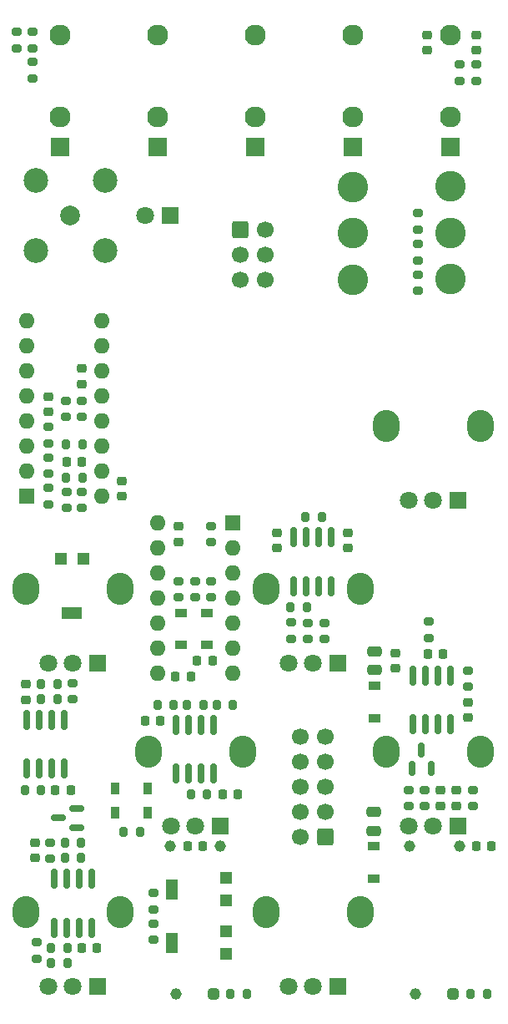
<source format=gts>
G04 #@! TF.GenerationSoftware,KiCad,Pcbnew,(6.0.0)*
G04 #@! TF.CreationDate,2022-08-05T10:14:58-07:00*
G04 #@! TF.ProjectId,synth,73796e74-682e-46b6-9963-61645f706362,rev?*
G04 #@! TF.SameCoordinates,Original*
G04 #@! TF.FileFunction,Soldermask,Top*
G04 #@! TF.FilePolarity,Negative*
%FSLAX46Y46*%
G04 Gerber Fmt 4.6, Leading zero omitted, Abs format (unit mm)*
G04 Created by KiCad (PCBNEW (6.0.0)) date 2022-08-05 10:14:58*
%MOMM*%
%LPD*%
G01*
G04 APERTURE LIST*
G04 Aperture macros list*
%AMRoundRect*
0 Rectangle with rounded corners*
0 $1 Rounding radius*
0 $2 $3 $4 $5 $6 $7 $8 $9 X,Y pos of 4 corners*
0 Add a 4 corners polygon primitive as box body*
4,1,4,$2,$3,$4,$5,$6,$7,$8,$9,$2,$3,0*
0 Add four circle primitives for the rounded corners*
1,1,$1+$1,$2,$3*
1,1,$1+$1,$4,$5*
1,1,$1+$1,$6,$7*
1,1,$1+$1,$8,$9*
0 Add four rect primitives between the rounded corners*
20,1,$1+$1,$2,$3,$4,$5,0*
20,1,$1+$1,$4,$5,$6,$7,0*
20,1,$1+$1,$6,$7,$8,$9,0*
20,1,$1+$1,$8,$9,$2,$3,0*%
G04 Aperture macros list end*
%ADD10RoundRect,0.225000X0.250000X-0.225000X0.250000X0.225000X-0.250000X0.225000X-0.250000X-0.225000X0*%
%ADD11RoundRect,0.150000X0.150000X-0.825000X0.150000X0.825000X-0.150000X0.825000X-0.150000X-0.825000X0*%
%ADD12RoundRect,0.200000X0.275000X-0.200000X0.275000X0.200000X-0.275000X0.200000X-0.275000X-0.200000X0*%
%ADD13RoundRect,0.225000X0.225000X0.250000X-0.225000X0.250000X-0.225000X-0.250000X0.225000X-0.250000X0*%
%ADD14RoundRect,0.225000X-0.250000X0.225000X-0.250000X-0.225000X0.250000X-0.225000X0.250000X0.225000X0*%
%ADD15RoundRect,0.200000X-0.200000X-0.275000X0.200000X-0.275000X0.200000X0.275000X-0.200000X0.275000X0*%
%ADD16RoundRect,0.200000X-0.275000X0.200000X-0.275000X-0.200000X0.275000X-0.200000X0.275000X0.200000X0*%
%ADD17RoundRect,0.250000X-0.475000X0.250000X-0.475000X-0.250000X0.475000X-0.250000X0.475000X0.250000X0*%
%ADD18RoundRect,0.200000X0.200000X0.275000X-0.200000X0.275000X-0.200000X-0.275000X0.200000X-0.275000X0*%
%ADD19RoundRect,0.225000X-0.225000X-0.250000X0.225000X-0.250000X0.225000X0.250000X-0.225000X0.250000X0*%
%ADD20RoundRect,0.250000X-0.600000X-0.600000X0.600000X-0.600000X0.600000X0.600000X-0.600000X0.600000X0*%
%ADD21C,1.700000*%
%ADD22RoundRect,0.150000X0.150000X-0.587500X0.150000X0.587500X-0.150000X0.587500X-0.150000X-0.587500X0*%
%ADD23R,0.900000X1.200000*%
%ADD24RoundRect,0.150000X0.587500X0.150000X-0.587500X0.150000X-0.587500X-0.150000X0.587500X-0.150000X0*%
%ADD25R,1.200000X0.900000*%
%ADD26RoundRect,0.250000X0.600000X0.600000X-0.600000X0.600000X-0.600000X-0.600000X0.600000X-0.600000X0*%
%ADD27R,1.300000X1.300000*%
%ADD28R,1.300000X2.000000*%
%ADD29RoundRect,0.150000X-0.150000X0.825000X-0.150000X-0.825000X0.150000X-0.825000X0.150000X0.825000X0*%
%ADD30R,2.000000X1.300000*%
%ADD31RoundRect,0.250000X0.475000X-0.250000X0.475000X0.250000X-0.475000X0.250000X-0.475000X-0.250000X0*%
%ADD32O,2.720000X3.240000*%
%ADD33R,1.800000X1.800000*%
%ADD34C,1.800000*%
%ADD35C,2.000000*%
%ADD36C,2.500000*%
%ADD37R,1.600000X1.600000*%
%ADD38O,1.600000X1.600000*%
%ADD39R,1.930000X1.830000*%
%ADD40C,2.130000*%
%ADD41RoundRect,0.287500X0.287500X-0.287500X0.287500X0.287500X-0.287500X0.287500X-0.287500X-0.287500X0*%
%ADD42C,1.150000*%
%ADD43C,3.100000*%
G04 APERTURE END LIST*
D10*
X140600000Y-95575000D03*
X140600000Y-94025000D03*
D11*
X140395000Y-119075000D03*
X141665000Y-119075000D03*
X142935000Y-119075000D03*
X144205000Y-119075000D03*
X144205000Y-114125000D03*
X142935000Y-114125000D03*
X141665000Y-114125000D03*
X140395000Y-114125000D03*
D12*
X127422000Y-91762000D03*
X127422000Y-90112000D03*
D13*
X129675000Y-120700000D03*
X128125000Y-120700000D03*
X141875000Y-109200000D03*
X140325000Y-109200000D03*
D14*
X162600000Y-106825000D03*
X162600000Y-108375000D03*
D15*
X138475000Y-112100000D03*
X140125000Y-112100000D03*
D13*
X167475000Y-106900000D03*
X165925000Y-106900000D03*
D16*
X166000000Y-103650000D03*
X166000000Y-105300000D03*
D17*
X160500000Y-106650000D03*
X160500000Y-108550000D03*
D18*
X153628000Y-102172000D03*
X151978000Y-102172000D03*
D10*
X168800000Y-122314000D03*
X168800000Y-120764000D03*
D19*
X141525000Y-126400000D03*
X143075000Y-126400000D03*
D20*
X146900000Y-63900000D03*
D21*
X149440000Y-63900000D03*
X146900000Y-66440000D03*
X149440000Y-66440000D03*
X146900000Y-68980000D03*
X149440000Y-68980000D03*
D12*
X125838618Y-48577000D03*
X125838618Y-46927000D03*
D18*
X128306000Y-111528000D03*
X126656000Y-111528000D03*
D11*
X152295000Y-100075000D03*
X153565000Y-100075000D03*
X154835000Y-100075000D03*
X156105000Y-100075000D03*
X156105000Y-95125000D03*
X154835000Y-95125000D03*
X153565000Y-95125000D03*
X152295000Y-95125000D03*
D16*
X152041000Y-103760000D03*
X152041000Y-105410000D03*
D15*
X129213000Y-89037000D03*
X130863000Y-89037000D03*
D11*
X125195000Y-118575000D03*
X126465000Y-118575000D03*
X127735000Y-118575000D03*
X129005000Y-118575000D03*
X129005000Y-113625000D03*
X127735000Y-113625000D03*
X126465000Y-113625000D03*
X125195000Y-113625000D03*
D22*
X164350000Y-118537500D03*
X166250000Y-118537500D03*
X165300000Y-116662500D03*
D16*
X129900000Y-109900000D03*
X129900000Y-111550000D03*
D10*
X157800000Y-96175000D03*
X157800000Y-94625000D03*
D23*
X134150000Y-123000000D03*
X137450000Y-123000000D03*
D16*
X142300000Y-99575000D03*
X142300000Y-101225000D03*
D19*
X137225000Y-113700000D03*
X138775000Y-113700000D03*
D10*
X170815000Y-45733000D03*
X170815000Y-44183000D03*
D18*
X129328000Y-136772000D03*
X127678000Y-136772000D03*
D16*
X129276000Y-90512000D03*
X129276000Y-92162000D03*
D24*
X130329500Y-124514000D03*
X130329500Y-122614000D03*
X128454500Y-123564000D03*
D10*
X130800000Y-79575000D03*
X130800000Y-78025000D03*
D15*
X126656000Y-110004000D03*
X128306000Y-110004000D03*
X129075000Y-126104000D03*
X130725000Y-126104000D03*
X125005000Y-120700000D03*
X126655000Y-120700000D03*
D13*
X130813000Y-87436000D03*
X129263000Y-87436000D03*
D25*
X160400000Y-129750000D03*
X160400000Y-126450000D03*
D16*
X130800000Y-81277000D03*
X130800000Y-82927000D03*
D15*
X170275000Y-141400000D03*
X171925000Y-141400000D03*
D16*
X127422000Y-83912000D03*
X127422000Y-85562000D03*
D18*
X155152000Y-93028000D03*
X153502000Y-93028000D03*
D16*
X155400000Y-103775000D03*
X155400000Y-105425000D03*
D12*
X138100000Y-135925000D03*
X138100000Y-134275000D03*
D26*
X155552500Y-125480000D03*
D21*
X153012500Y-125480000D03*
X155552500Y-122940000D03*
X153012500Y-122940000D03*
X155552500Y-120400000D03*
X153012500Y-120400000D03*
X155552500Y-117860000D03*
X153012500Y-117860000D03*
X155552500Y-115320000D03*
X153012500Y-115320000D03*
D27*
X145450000Y-131950000D03*
D28*
X139950000Y-130800000D03*
D27*
X145450000Y-129650000D03*
D29*
X168205000Y-109125000D03*
X166935000Y-109125000D03*
X165665000Y-109125000D03*
X164395000Y-109125000D03*
X164395000Y-114075000D03*
X165665000Y-114075000D03*
X166935000Y-114075000D03*
X168205000Y-114075000D03*
D16*
X130822000Y-90512000D03*
X130822000Y-92162000D03*
D14*
X126090000Y-126091000D03*
X126090000Y-127641000D03*
D11*
X127995000Y-134675000D03*
X129265000Y-134675000D03*
X130535000Y-134675000D03*
X131805000Y-134675000D03*
X131805000Y-129725000D03*
X130535000Y-129725000D03*
X129265000Y-129725000D03*
X127995000Y-129725000D03*
D13*
X146675000Y-121200000D03*
X145125000Y-121200000D03*
D10*
X134900000Y-90975000D03*
X134900000Y-89425000D03*
D27*
X130950000Y-97250000D03*
D30*
X129800000Y-102750000D03*
D27*
X128650000Y-97250000D03*
D10*
X165862000Y-45733000D03*
X165862000Y-44183000D03*
X170000000Y-113375000D03*
X170000000Y-111825000D03*
D12*
X170500000Y-122364000D03*
X170500000Y-120714000D03*
D18*
X130725000Y-127628000D03*
X129075000Y-127628000D03*
D12*
X143900000Y-95625000D03*
X143900000Y-93975000D03*
X165600000Y-122364000D03*
X165600000Y-120714000D03*
D13*
X172375000Y-126400000D03*
X170825000Y-126400000D03*
D16*
X140600000Y-99575000D03*
X140600000Y-101225000D03*
X143900000Y-99575000D03*
X143900000Y-101225000D03*
D15*
X129213000Y-85700000D03*
X130863000Y-85700000D03*
D16*
X164900000Y-62275000D03*
X164900000Y-63925000D03*
D27*
X145450000Y-137350000D03*
D28*
X139950000Y-136200000D03*
D27*
X145450000Y-135050000D03*
D18*
X129325000Y-138300000D03*
X127675000Y-138300000D03*
D15*
X144475000Y-112100000D03*
X146125000Y-112100000D03*
D12*
X125838618Y-45529000D03*
X125838618Y-43879000D03*
D25*
X160500000Y-110150000D03*
X160500000Y-113450000D03*
D10*
X167200000Y-122314000D03*
X167200000Y-120764000D03*
D25*
X140900000Y-106050000D03*
X140900000Y-102750000D03*
D16*
X164900000Y-65375000D03*
X164900000Y-67025000D03*
D12*
X163957000Y-122364000D03*
X163957000Y-120714000D03*
D15*
X141475000Y-112100000D03*
X143125000Y-112100000D03*
D12*
X170815000Y-48831000D03*
X170815000Y-47181000D03*
X164900000Y-70125000D03*
X164900000Y-68475000D03*
D14*
X127422000Y-80862000D03*
X127422000Y-82412000D03*
D12*
X124206000Y-45529000D03*
X124206000Y-43879000D03*
D14*
X125100000Y-110025000D03*
X125100000Y-111575000D03*
D16*
X129222000Y-81277000D03*
X129222000Y-82927000D03*
D23*
X137450000Y-120600000D03*
X134150000Y-120600000D03*
D25*
X143500000Y-106050000D03*
X143500000Y-102750000D03*
D13*
X132326000Y-136772000D03*
X130776000Y-136772000D03*
D10*
X150600000Y-96175000D03*
X150600000Y-94625000D03*
D12*
X153721000Y-105436000D03*
X153721000Y-103786000D03*
D16*
X127614000Y-126041000D03*
X127614000Y-127691000D03*
D15*
X145875000Y-141400000D03*
X147525000Y-141400000D03*
D13*
X144075000Y-107600000D03*
X142525000Y-107600000D03*
D12*
X126200000Y-137825000D03*
X126200000Y-136175000D03*
D15*
X135075000Y-125000000D03*
X136725000Y-125000000D03*
D12*
X169164000Y-48831000D03*
X169164000Y-47181000D03*
X170000000Y-110250000D03*
X170000000Y-108600000D03*
D31*
X160400000Y-124850000D03*
X160400000Y-122950000D03*
D16*
X138100000Y-131175000D03*
X138100000Y-132825000D03*
X127422000Y-87012000D03*
X127422000Y-88662000D03*
D15*
X141850000Y-121200000D03*
X143500000Y-121200000D03*
D32*
X171278618Y-116843000D03*
X161678618Y-116843000D03*
D33*
X168978618Y-124343000D03*
D34*
X166478618Y-124343000D03*
X163978618Y-124343000D03*
D35*
X129648618Y-62484000D03*
D36*
X126113084Y-66019534D03*
X126113084Y-58948466D03*
X133184152Y-58948466D03*
X133184152Y-66019534D03*
D32*
X161678618Y-83823000D03*
X171278618Y-83823000D03*
D33*
X168978618Y-91323000D03*
D34*
X166478618Y-91323000D03*
X163978618Y-91323000D03*
D33*
X139775000Y-62500000D03*
D34*
X137235000Y-62500000D03*
D37*
X125222000Y-90977000D03*
D38*
X125222000Y-88437000D03*
X125222000Y-85897000D03*
X125222000Y-83357000D03*
X125222000Y-80817000D03*
X125222000Y-78277000D03*
X125222000Y-75737000D03*
X125222000Y-73197000D03*
X132842000Y-73197000D03*
X132842000Y-75737000D03*
X132842000Y-78277000D03*
X132842000Y-80817000D03*
X132842000Y-83357000D03*
X132842000Y-85897000D03*
X132842000Y-88437000D03*
X132842000Y-90977000D03*
D39*
X148444618Y-55564000D03*
D40*
X148444618Y-44164000D03*
X148444618Y-52464000D03*
D32*
X137548618Y-116843000D03*
X147148618Y-116843000D03*
D33*
X144848618Y-124343000D03*
D34*
X142348618Y-124343000D03*
X139848618Y-124343000D03*
D37*
X146100000Y-93675000D03*
D38*
X146100000Y-96215000D03*
X146100000Y-98755000D03*
X146100000Y-101295000D03*
X146100000Y-103835000D03*
X146100000Y-106375000D03*
X146100000Y-108915000D03*
X138480000Y-108915000D03*
X138480000Y-106375000D03*
X138480000Y-103835000D03*
X138480000Y-101295000D03*
X138480000Y-98755000D03*
X138480000Y-96215000D03*
X138480000Y-93675000D03*
D32*
X134702618Y-133099000D03*
X125102618Y-133099000D03*
D33*
X132402618Y-140599000D03*
D34*
X129902618Y-140599000D03*
X127402618Y-140599000D03*
D41*
X144200000Y-141400000D03*
D42*
X140400000Y-141400000D03*
X144840000Y-126400000D03*
X139760000Y-126400000D03*
D41*
X168500000Y-141400000D03*
D42*
X164700000Y-141400000D03*
X169140000Y-126400000D03*
X164060000Y-126400000D03*
D32*
X149486618Y-100333000D03*
X159086618Y-100333000D03*
D33*
X156786618Y-107833000D03*
D34*
X154286618Y-107833000D03*
X151786618Y-107833000D03*
D32*
X159086618Y-133099000D03*
X149486618Y-133099000D03*
D33*
X156786618Y-140599000D03*
D34*
X154286618Y-140599000D03*
X151786618Y-140599000D03*
D43*
X168256618Y-68962000D03*
X168256618Y-64262000D03*
X168256618Y-59562000D03*
D39*
X128632618Y-55564000D03*
D40*
X128632618Y-44164000D03*
X128632618Y-52464000D03*
D43*
X158350618Y-59600000D03*
X158350618Y-64300000D03*
X158350618Y-69000000D03*
D39*
X158350618Y-55564000D03*
D40*
X158350618Y-44164000D03*
X158350618Y-52464000D03*
D39*
X138538618Y-55564000D03*
D40*
X138538618Y-44164000D03*
X138538618Y-52464000D03*
D32*
X134702618Y-100333000D03*
X125102618Y-100333000D03*
D33*
X132402618Y-107833000D03*
D34*
X129902618Y-107833000D03*
X127402618Y-107833000D03*
D39*
X168256618Y-55564000D03*
D40*
X168256618Y-44164000D03*
X168256618Y-52464000D03*
M02*

</source>
